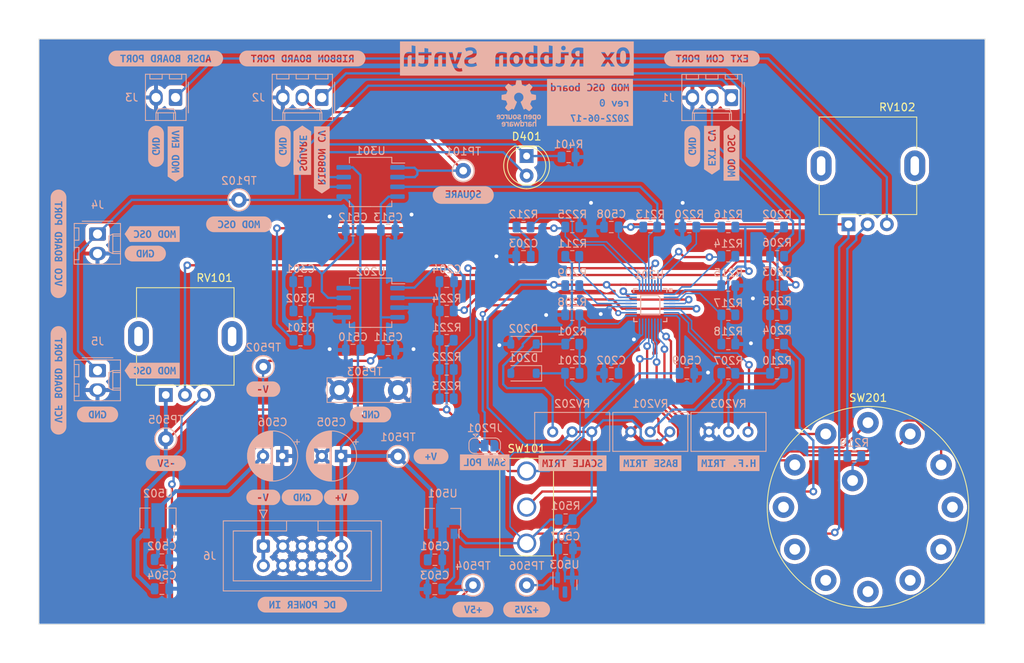
<source format=kicad_pcb>
(kicad_pcb (version 20221018) (generator pcbnew)
  (title_block (title "Josh Ox Ribbon Synth Mod Osc board") (date "2022-07-21") (rev "0") (comment 2 "creativecommons.org/licenses/by/4.0") (comment 3 "license: CC by 4.0") (comment 4 "Author: Jordan Aceto"))
  (layers (0 "F.Cu" signal) (31 "B.Cu" signal) (34 "B.Paste" user) (35 "F.Paste" user) (36 "B.SilkS" user "B.Silkscreen") (37 "F.SilkS" user "F.Silkscreen") (38 "B.Mask" user) (39 "F.Mask" user) (44 "Edge.Cuts" user))
  (net 0 "")
  (net 1 "Net-(C201-Pad1)")
  (net 2 "Net-(U201A-tcap)")
  (net 3 "GND")
  (net 4 "Net-(C203-Pad1)")
  (net 5 "Net-(U202A--)")
  (net 6 "/VCO_core/INV_SAW")
  (net 7 "Net-(U202B--)")
  (net 8 "/MOD_OSC_OUT")
  (net 9 "+15V")
  (net 10 "-15V")
  (net 11 "-5V")
  (net 12 "Net-(D201-A)")
  (net 13 "/VCO_core/V_PER_OCT_IN_1")
  (net 14 "/VCO_core/V_PER_OCT_IN_2")
  (net 15 "Net-(D401-KA)")
  (net 16 "/MOD_ADSR")
  (net 17 "Net-(D401-AK)")
  (net 18 "+2V5_REF")
  (net 19 "/VCO_core/COARSE_TUNE_IN")
  (net 20 "/VCO_core/RANGE_CV_IN")
  (net 21 "Net-(R207-Pad2)")
  (net 22 "Net-(JP201-C)")
  (net 23 "Net-(R210-Pad1)")
  (net 24 "Net-(R211-Pad1)")
  (net 25 "Net-(U201D-expo_freq)")
  (net 26 "Net-(U201A-lin_freq)")
  (net 27 "Net-(U201D-expo_scale)")
  (net 28 "Net-(U201D-bw_comp)")
  (net 29 "Net-(U201A-square_out)")
  (net 30 "Net-(U201E-sine_in_+)")
  (net 31 "/VCO_core/VOLUME_CV_IN")
  (net 32 "Net-(R219-Pad2)")
  (net 33 "Net-(U201A-tri_out)")
  (net 34 "/VCO_core/SWITCHED_OUT")
  (net 35 "Net-(U201C-pwm_in_+)")
  (net 36 "/VCO_core/SINE")
  (net 37 "Net-(U201E-sine_in_-)")
  (net 38 "Net-(U201B-saw_out)")
  (net 39 "Net-(U201A-hf_track)")
  (net 40 "Net-(U201F-aux_1_mix)")
  (net 41 "Net-(U201F-tri_mix)")
  (net 42 "Net-(U201F-saw_mix)")
  (net 43 "Net-(U201F-aux_2_mix)")
  (net 44 "Net-(U201F-pulse_mix)")
  (net 52 "+5V")
  (net 53 "/VCO_core/SQUARE_OUT")
  (footprint "custom_footprints:SPDT_mini_toggle" (layer "F.Cu") (at 149.606 120.5028 180)
    (fp_text reference "SW101")
    (fp_text value "SW_SPDT_MSM")
  )
  (footprint "custom_footprints:Potentiometer_P260T" (layer "F.Cu") (at 105.156 98.2778 90)
    (fp_text reference "RV101")
    (fp_text value "10k")
  )
  (footprint "custom_footprints:apha_SR2612F-0112" (layer "F.Cu") (at 194.056 120.5028 90)
    (fp_text reference "SW201")
    (fp_text value "alpha_SR2612F-0112")
  )
  (footprint "custom_footprints:Potentiometer_P260T" (layer "F.Cu") (at 194.056 76.0528 90)
    (fp_text reference "RV102")
    (fp_text value "10k")
  )
  (footprint "LED_THT:LED_D5.0mm" (layer "F.Cu") (at 149.606 74.7828 -90)
    (fp_text reference locked "D401")
    (fp_text value "red_green")
  )
  (footprint "kibuzzard-62AC7D00" (layer "B.Cu") (at 173.736 74.0208 90)
    (fp_text reference "kibuzzard-62AC7D00" hide)
    (fp_text value "G***" hide)
  )
  (footprint "Capacitor_THT:CP_Radial_D6.3mm_P2.50mm" (layer "B.Cu") (at 125.4398 113.848 180)
    (fp_text reference "C505")
    (fp_text value "10u")
  )
  (footprint "Diode_SMD:D_SOD-123" (layer "B.Cu") (at 149.1996 103.0784 180)
    (fp_text reference "D201")
    (fp_text value "1N4148W")
  )
  (footprint "kibuzzard-62AC7F0B" (layer "B.Cu") (at 175.895 114.7878 180)
    (fp_text reference "kibuzzard-62AC7F0B" hide)
    (fp_text value "G***" hide)
  )
  (footprint "Resistor_SMD:R_0805_2012Metric" (layer "B.Cu") (at 139.2024 94.9586)
    (fp_text reference "R224")
    (fp_text value "100k")
  )
  (footprint "Potentiometer_THT:Potentiometer_Bourns_3296W_Vertical" (layer "B.Cu") (at 152.9996 110.6984 180)
    (fp_text reference "RV202")
    (fp_text value "5k")
  )
  (footprint "kibuzzard-62AC755C" (layer "B.Cu") (at 129.286 108.4378 180)
    (fp_text reference "kibuzzard-62AC755C" hide)
    (fp_text value "G***" hide)
  )
  (footprint "kibuzzard-62AC7DB6" (layer "B.Cu") (at 112.141 83.6728 180)
    (fp_text reference "kibuzzard-62AC7DB6" hide)
    (fp_text value "G***" hide)
  )
  (footprint "kibuzzard-62ACB089" (layer "B.Cu") (at 144.145 114.6608 180)
    (fp_text reference "kibuzzard-62ACB089" hide)
    (fp_text value "G***" hide)
  )
  (footprint "kibuzzard-62AC7D1D" (layer "B.Cu") (at 88.646 103.9928 90)
    (fp_text reference "kibuzzard-62AC7D1D" hide)
    (fp_text value "G***" hide)
  )
  (footprint "Resistor_SMD:R_0805_2012Metric" (layer "B.Cu") (at 155.5496 95.4584 180)
    (fp_text reference "R208")
    (fp_text value "10k")
  )
  (footprint "Capacitor_SMD:C_0805_2012Metric" (layer "B.Cu") (at 102.108 127.3223 180)
    (fp_text reference "C502")
    (fp_text value "470n")
  )
  (footprint "kibuzzard-62AC7EE1" (layer "B.Cu") (at 155.575 114.7878 180)
    (fp_text reference "kibuzzard-62AC7EE1" hide)
    (fp_text value "G***" hide)
  )
  (footprint "Resistor_SMD:R_0805_2012Metric" (layer "B.Cu") (at 182.2196 87.8384)
    (fp_text reference "R206")
    (fp_text value "100k")
  )
  (footprint "Capacitor_SMD:C_0805_2012Metric" (layer "B.Cu") (at 160.6296 103.0784 180)
    (fp_text reference "C202")
    (fp_text value "47n COG")
  )
  (footprint "Capacitor_SMD:C_0805_2012Metric" (layer "B.Cu") (at 127 100.0386 180)
    (fp_text reference "C510")
    (fp_text value "100n")
  )
  (footprint "TestPoint:TestPoint_Keystone_5000-5004_Miniature" (layer "B.Cu") (at 149.606 130.6628 180)
    (fp_text reference "TP506")
    (fp_text value "2v5_ref")
  )
  (footprint "kibuzzard-62AC7D44" (layer "B.Cu") (at 102.616 62.0828 180)
    (fp_text reference "kibuzzard-62AC7D44" hide)
    (fp_text value "G***" hide)
  )
  (footprint "Capacitor_SMD:C_0805_2012Metric" (layer "B.Cu") (at 139.2024 91.1486)
    (fp_text reference "C204")
    (fp_text value "100p")
  )
  (footprint "Package_SO:SO-8_5.3x6.2mm_P1.27mm" (layer "B.Cu") (at 129.286 93.8836 180)
    (fp_text reference "U202")
    (fp_text value "TL072")
  )
  (footprint "Connector_Molex:Molex_KK-254_AE-6410-03A_1x03_P2.54mm_Vertical" (layer "B.Cu") (at 176.276 67.1828 180)
    (fp_text reference "J1")
    (fp_text value "ext_port")
  )
  (footprint "kibuzzard-62AC911A" (layer "B.Cu") (at 103.886 74.5288 90)
    (fp_text reference "kibuzzard-62AC911A" hide)
    (fp_text value "G***" hide)
  )
  (footprint "Package_TO_SOT_SMD:SOT-89-3" (layer "B.Cu") (at 101.6 121.9883 90)
    (fp_text reference "U502")
    (fp_text value "L79L05_SOT89")
  )
  (footprint "kibuzzard-62AC7C76" (layer "B.Cu") (at 100.838 102.7228 180)
    (fp_text reference "kibuzzard-62AC7C76" hide)
    (fp_text value "G***" hide)
  )
  (footprint "Resistor_SMD:R_0805_2012Metric" (layer "B.Cu") (at 154.686 122.1193)
    (fp_text reference "R501")
    (fp_text value "1k8")
  )
  (footprint "Resistor_SMD:R_0805_2012Metric" (layer "B.Cu") (at 182.2196 95.4584)
    (fp_text reference "R205")
    (fp_text value "100k")
  )
  (footprint "TestPoint:TestPoint_Keystone_5000-5004_Miniature" (layer "B.Cu") (at 142.621 130.6628 180)
    (fp_text reference "TP504")
    (fp_text value "+5v")
  )
  (footprint "Capacitor_SMD:C_0805_2012Metric" (layer "B.Cu") (at 137.668 127.3608)
    (fp_text reference "C501")
    (fp_text value "470n")
  )
  (footprint "Capacitor_SMD:C_0805_2012Metric" (layer "B.Cu") (at 160.6296 84.0284 180)
    (fp_text reference "C508")
    (fp_text value "100n")
  )
  (footprint "Resistor_SMD:R_0805_2012Metric" (layer "B.Cu") (at 155.5496 91.6484 180)
    (fp_text reference "R209")
    (fp_text value "1M")
  )
  (footprint "Capacitor_SMD:C_0805_2012Metric" (layer "B.Cu") (at 131.572 100.0386 180)
    (fp_text reference "C511")
    (fp_text value "100n")
  )
  (footprint "Resistor_SMD:R_0805_2012Metric" (layer "B.Cu") (at 175.8696 84.0284 180)
    (fp_text reference "R216")
    (fp_text value "10k")
  )
  (footprint "Resistor_SMD:R_0805_2012Metric" (layer "B.Cu") (at 120.1524 98.7686)
    (fp_text reference "R301")
    (fp_text value "47k")
  )
  (footprint "kibuzzard-62AC7C76" (layer "B.Cu") (at 100.838 84.9428 180)
    (fp_text reference "kibuzzard-62AC7C76" hide)
    (fp_text value "G***" hide)
  )
  (footprint "Resistor_SMD:R_0805_2012Metric" (layer "B.Cu") (at 139.2024 106.3886 180)
    (fp_text reference "R223")
    (fp_text value "100k")
  )
  (footprint "Potentiometer_THT:Potentiometer_Bourns_3296W_Vertical" (layer "B.Cu") (at 163.1696 110.6984 180)
    (fp_text reference "RV201")
    (fp_text value "5k")
  )
  (footprint "Package_SO:SO-8_5.3x6.2mm_P1.27mm" (layer "B.Cu") (at 129.286 78.161 180)
    (fp_text reference "U301")
    (fp_text value "TL072")
  )
  (footprint "Resistor_SMD:R_0805_2012Metric" (layer "B.Cu") (at 165.7096 84.0284 180)
    (fp_text reference "R213")
    (fp_text value "4k7")
  )
  (footprint "Resistor_SMD:R_0805_2012Metric" (layer "B.Cu") (at 120.1524 94.9586 180)
    (fp_text reference "R302")
    (fp_text value "200k")
  )
  (footprint "Potentiometer_THT:Potentiometer_Bourns_3296W_Vertical" (layer "B.Cu") (at 173.355 110.6984 180)
    (fp_text reference "RV203")
    (fp_text value "5k")
  )
  (footprint "Capacitor_SMD:C_0805_2012Metric" (layer "B.Cu") (at 102.108 131.1323 180)
    (fp_text reference "C504")
    (fp_text value "100n")
  )
  (footprint "kibuzzard-62AC7DA9" (layer "B.Cu") (at 141.351 79.8628 180)
    (fp_text reference "kibuzzard-62AC7DA9" hide)
    (fp_text value "G***" hide)
  )
  (footprint "kibuzzard-62AC755C" (layer "B.Cu") (at 101.346 73.5128 90)
    (fp_text reference "kibuzzard-62AC755C" hide)
    (fp_text value "G***" hide)
  )
  (footprint "kibuzzard-62AC7CCE" (layer "B.Cu") (at 120.396 74.0208 90)
    (fp_text reference "kibuzzard-62AC7CCE" hide)
    (fp_text value "G***" hide)
  )
  (footprint "Resistor_SMD:R_0805_2012Metric" (layer "B.Cu") (at 182.2196 99.2684)
    (fp_text reference "R204")
    (fp_text value "100k")
  )
  (footprint "kibuzzard-62AC7CEB" (layer "B.Cu") (at 122.936 75.2908 90)
    (fp_text reference "kibuzzard-62AC7CEB" hide)
    (fp_text value "G***" hide)
  )
  (footprint "Resistor_SMD:R_0805_2012Metric" (layer "B.Cu") (at 175.8696 87.8384 180)
    (fp_text reference "R214")
    (fp_text value "3k9")
  )
  (footprint "Connector_Molex:Molex_KK-254_AE-6410-02A_1x02_P2.54mm_Vertical" (layer "B.Cu") (at 93.726 102.7228 -90)
    (fp_text reference "J5")
    (fp_text value "vcf_board_port")
  )
  (footprint "kibuzzard-62AC755C" (layer "B.Cu") (at 171.175312 73.502567 90)
    (fp_text reference "kibuzzard-62AC755C" hide)
    (fp_text value "G***" hide)
  )
  (footprint "kibuzzard-62AC792A" (layer "B.Cu") (at 115.316 105.1358 180)
    (fp_text reference "kibuzzard-62AC792A" hide)
    (fp_text value "G***" hide)
  )
  (footprint "TestPoint:TestPoint_Keystone_5000-5004_Miniature" (layer "B.Cu") (at 102.616 111.6128 180)
    (fp_text reference "TP505")
    (fp_text value "-5v")
  )
  (footprint "TestPoint:TestPoint_Keystone_5000-5004_Miniature" (layer "B.Cu") (at 112.141 80.4978 180)
    (fp_text reference "TP102")
    (fp_text value "modosc_out")
  )
  (footprint "kibuzzard-62AC791A" (layer "B.Cu") (at 137.16 113.8988 180)
    (fp_text reference "kibuzzard-62AC791A" hide)
    (fp_text value "G***" hide)
  )
  (footprint "Capacitor_THT:CP_Radial_D6.3mm_P2.50mm" (layer "B.Cu") (at 117.7798 113.848 180)
    (fp_text reference "C506")
    (fp_text value "10u")
  )
  (footprint "kibuzzard-62AC755C" (layer "B.Cu") (at 120.396 119.2328 180)
    (fp_text reference "kibuzzard-62AC755C" hide)
    (fp_text value "G***" hide)
  )
  (footprint "kibuzzard-62AC7C76" (layer "B.Cu") (at 176.276 74.4018 90)
    (fp_text reference "kibuzzard-62AC7C76" hide)
    (fp_text value "G***" hide)
  )
  (footprint "kibuzzard-62AC7EA8" (layer "B.Cu") (at 102.616 114.7878 180)
    (fp_text reference "kibuzzard-62AC7EA8" hide)
    (fp_text value "G***" hide)
  )
  (footprint "kibuzzard-62AC7D30" (layer "B.Cu") (at 88.646 86.2128 90)
    (fp_text reference "kibuzzard-62AC7D30" hide)
    (fp_text value "G***" hide)
  )
  (footprint "TestPoint:TestPoint_Bridge_Pitch7.62mm_Drill1.3mm" (layer "B.Cu") (at 125.222 105.2628)
    (fp_text reference "TP503")
    (fp_text value "GND")
  )
  (footprint "Resistor_SMD:R_0805_2012Metric" (layer "B.Cu") (at 175.8696 95.4584)
    (fp_text reference "R217")
    (fp_text value "12k")
  )
  (footprint "Resistor_SMD:R_0805_2012Metric" (layer "B.Cu") (at 192.278 113.8988)
    (fp_text reference "R219")
    (fp_text value "200k")
  )
  (footprint "kibuzzard-62AC7A9F" (layer "B.Cu") (at 148.336 62.0828 180)
    (fp_text reference "kibuzzard-62AC7A9F" hide)
    (fp_text value "G***" hide)
  )
  (footprint "Capacitor_SMD:C_0805_2012Metric" (layer "B.Cu") (at 127 84.4348 180)
    (fp_text reference "C512")
    (fp_text value "100n")
  )
  (footprint "Resistor_SMD:R_0805_2012Metric" (layer "B.Cu") (at 175.8696 99.2684 180)
    (fp_text reference "R218")
    (fp_text value "4k7")
  )
  (footprint "Package_TO_SOT_SMD:SOT-23" (layer "B.Cu") (at 154.594 130.6213 -90)
    (fp_text reference "U503")
    (fp_text value "LM4040C-2.5")
  )
  (footprint "Connector_Molex:Molex_KK-254_AE-6410-02A_1x02_P2.54mm_Vertical" (layer "B.Cu") (at 93.726 84.9428 -90)
    (fp_text reference "J4")
    (fp_text value "vco_board_port")
  )
  (footprint "Resistor_SMD:R_0805_2012Metric" (layer "B.Cu") (at 155.5496 84.0284 180)
    (fp_text reference "R225")
    (fp_text value "18k")
  )
  (footprint "kibuzzard-62AC791A" (layer "B.Cu") (at 125.476 119.2328 180)
    (fp_text reference "kibuzzard-62AC791A" hide)
    (fp_text value "G***" hide)
  )
  (footprint "kibuzzard-62AC755C" (layer "B.Cu") (at 117.856 73.5128 90)
    (fp_text reference "kibuzzard-62AC755C" hide)
    (fp_text value "G***" hide)
  )
  (footprint "kibuzzard-62AC7D68" (layer "B.Cu") (at 173.736 62.0828 180)
    (fp_text reference "kibuzzard-62AC7D68" hide)
    (fp_text value "G***" hide)
  )
  (footprint "Connector_Molex:Molex_KK-254_AE-6410-03A_1x03_P2.54mm_Vertical" (layer "B.Cu") (at 122.936 67.1628 180)
    (fp_text reference "J2")
    (fp_text value "ribbon_board_port")
  )
  (footprint "Resistor_SMD:R_0805_2012Metric" (layer "B.Cu") (at 170.7896 84.0284 180)
    (fp_text reference "R220")
    (fp_text value "10k")
  )
  (footprint "Capacitor_SMD:C_0805_2012Metric" (layer "B.Cu") (at 155.5496 103.0784 180)
    (fp_text reference "C201")
    (fp_text value "10u")
  )
  (footprint "Capacitor_SMD:C_0805_2012Metric" (layer "B.Cu") (at 137.644 131.1708 180)
    (fp_text reference "C503")
    (fp_text value "100n")
  )
  (footprint "kibuzzard-62AC7DF7" (layer "B.Cu") (at 157.861 67.7978 180)
    (fp_text reference "kibuzzard-62AC7DF7" hide)
    (fp_text value "G***" hide)
  )
  (footprint "Capacitor_SMD:C_0805_2012Metric" (layer "B.Cu") (at 170.4696 103.0784 180)
    (fp_text reference "C509")
    (fp_text value "100n")
  )
  (footprint "kibuzzard-62AC7D79" (layer "B.Cu") (at 142.621 133.8378 180)
    (fp_text reference "kibuzzard-62AC7D79" hide)
    (fp_text value "G***" hide)
  )
  (footprint "Resistor_SMD:R_0805_2012Metric" (layer "B.Cu") (at 175.8696 103.0784 180)
    (fp_text reference "R207")
    (fp_text value "100k")
  )
  (footprint "Resistor_SMD:R_0805_2012Metric" (layer "B.Cu") (at 182.2196 103.0784 180)
    (fp_text reference "R210")
    (fp_text value "270k")
  )
  (footprint "Jumper:SolderJumper-3_P1.3mm_Bridged12_RoundedPad1.0x1.5mm" (layer "B.Cu") (at 144.145 112.5018)
    (fp_text reference "JP201")
    (fp_text value "saw_pol")
  )
  (footprint "Resistor_SMD:R_0805_2012Metric" (layer "B.Cu") (at 182.2196 91.6484)
    (fp_text reference "R203")
    (fp_text value "150k")
  )
  (footprint "Resistor_SMD:R_0805_2012Metric" (layer "B.Cu") (at 155.067 74.9098 180)
    (fp_text reference "R401")
    (fp_text value "1k2")
  )
  (footprint "custom_footprints:PQN32_HandSoldering" (layer "B.Cu") (at 165.71 94.19 180)
    (fp_text reference "U201")
    (fp_text value "SSI2130")
  )
  (footprint "Resistor_SMD:R_0805_2012Metric" (layer "B.Cu") (at 155.5496 99.2684 180)
    (fp_text reference "R201")
    (fp_text value "10k")
  )
  (footprint "Connector_Molex:Molex_KK-254_AE-6410-02A_1x02_P2.54mm_Vertical" (layer "B.Cu") (at 103.886 67.1628 180)
    (fp_text reference "J3")
    (fp_text value "adsr_board_port")
  )
  (footprint "kibuzzard-62AC7D55" (layer "B.Cu") (at 120.396 62.0828 180)
    (fp_text reference "kibuzzard-62AC7D55" hide)
    (fp_text value "G***" hide)
  )
  (footprint "Resistor_SMD:R_0805_2012Metric" (layer "B.Cu") (at 155.5496 87.8384)
    (fp_text reference "R211")
    (fp_text value "47k")
  )
  (footprint "kibuzzard-62AC755C" (layer "B.Cu") (at 99.949 87.4828 180)
    (fp_text reference "kibuzzard-62AC755C" hide)
    (fp_text value "G***" hide)
  )
  (footprint "TestPoint:TestPoint_Keystone_5000-5004_Miniature" (layer "B.Cu") (at 115.316 102.2148 180)
    (fp_text reference "TP502")
    (fp_text value "V-")
  )
  (footprint "kibuzzard-62AC755C" (layer "B.Cu") (at 93.726 108.4378 180)
    (fp_text reference "kibuzzard-62AC755C" hide)
    (fp_text value "G***" hide)
  )
  (footprint "Capacitor_SMD:C_0805_2012Metric" (layer "B.Cu") (at 154.686 125.9293)
    (fp_text reference "C507")
    (fp_text value "100n")
  )
  (footprint "Diode_SMD:D_SOD-123" (layer "B.Cu") (at 149.1996 99.2684 180)
    (fp_text reference "D202")
    (fp_text value "1N4148W")
  )
  (footprint "TestPoint:TestPoint_Keystone_5000-5004_Miniature" (layer "B.Cu") (at 141.351 76.6878 180)
    (fp_text reference "TP101")
    (fp_text value "square_out")
  )
  (footprint "Resistor_SMD:R_0805_2012Metric" (layer "B.Cu") (at 149.1996 84.0284 180)
    (fp_text reference "R212")
    (fp_text value "270")
  )
  (footprint "Connector_IDC:IDC-Header_2x05_P2.54mm_Vertical" (layer "B.Cu") (at 115.316 125.5828 -90)
    (fp_text reference "J6")
    (fp_text value "power_entry")
  )
  (footprint "Resistor_SMD:R_0805_2012Metric" (layer "B.Cu") (at 182.2196 84.0284 180)
    (fp_text reference "R202")
    (fp_text value "27k")
  )
  (footprint "kibuzzard-62AC7D8B" (layer "B.Cu") (at 149.606 133.8378 180)
    (fp_text reference "kibuzzard-62AC7D8B" hide)
    (fp_text value "G***" hide)
  )
  (footprint "kibuzzard-62AC792A" (layer "B.Cu") (at 115.316 119.2328 180)
    (fp_text reference "kibuzzard-62AC792A" hide)
    (fp_text value "G***" hide)
  )
  (footprint "Resistor_SMD:R_0805_2012Metric" (layer "B.Cu") (at 139.2024 102.5786 180)
    (fp_text reference "R222")
    (fp_text value "100k")
  )
  (footprint "Capacitor_SMD:C_0805_2012Metric" (layer "B.Cu") (at 131.572 84.4348 180)
    (fp_text reference "C513")
    (fp_text value "100n")
  )
  (footprint "Capacitor_SMD:C_0805_2012Metric" (layer "B.Cu") (at 120.1524 91.1486 180)
    (fp_text reference "C301")
    (fp_text value "100p")
  )
  (footprint "Resistor_SMD:R_0805_2012Metric" (layer "B.Cu") (at 175.8696 91.6484 180)
    (fp_text reference "R215")
    (fp_text value "4k7")
  )
  (footprint "Symbol:OSHW-Logo_5.7x6mm_SilkScreen" (layer "B.Cu") (at 148.59 67.9248 180)
    (fp_text reference "REF**" hide)
    (fp_text value "OSHW-Logo_5.7x6mm_SilkScreen" hide)
  )
  (footprint "kibuzzard-62AC78CB" (layer "B.Cu") (at 120.396 133.2028 180)
    (fp_text reference "kibuzzard-62AC78CB" hide)
    (fp_text value "G***" hide)
  )
  (footprint "Capacitor_SMD:C_0805_2012Metric" (layer "B.Cu") (at 149.1996 87.8384 180)
    (fp_text reference "C203")
    (fp_text value "10n")
  )
  (footprint "TestPoint:TestPoint_Keystone_5000-5004_Miniature" (layer "B.Cu") (at 132.842 113.8988 180)
    (fp_text reference "TP501")
    (fp_text value "V+")
  )
  (footprint "Package_TO_SOT_SMD:SOT-89-3" (layer "B.Cu") (at 138.66 122.0268 90)
    (fp_text reference "U501")
    (fp_text value "L78L05_SOT89")
  )
  (footprint "kibuzzard-62AC7EFA" (layer "B.Cu") (at 165.735 114.7878 180)
    (fp_text reference "kibuzzard-62AC7EFA" hide)
    (fp_text value "G***" hide)
  )
  (footprint "Resistor_SMD:R_0805_2012Metric" (layer "B.Cu") (at 139.2024 98.7686 180)
    (fp_text reference "R221")
    (fp_text value "200k")
  )
  (gr_line (start 209.296 59.5428) (end 86.106 59.5428) (stroke (width 0.1)) (layer "Edge.Cuts"))
  (gr_line (start 209.296 135.7428) (end 209.296 59.5428) (stroke (width 0.1)) (layer "Edge.Cuts"))
  (gr_line (start 86.106 135.7428) (end 209.296 135.7428) (stroke (width 0.1)) (layer "Edge.Cuts"))
  (gr_line (start 86.106 59.5428) (end 86.106 135.7428) (stroke (width 0.1)) (layer "Edge.Cuts"))
  (segment (start 156.4996 99.3059) (end 156.4621 99.2684) (width 0.2) (layer "B.Cu") (net 1))
  (segment (start 156.4996 103.0784) (end 156.4996 99.3059) (width 0.3) (layer "B.Cu") (net 1))
  (segment (start 161.5796 102.102052) (end 165.1096 98.572052) (width 0.2) (layer "B.Cu") (net 2))
  (segment (start 161.5796 103.0784) (end 161.5796 102.102052) (width 0.2) (layer "B.Cu") (net 2))
  (segment (start 165.1096 98.572052) (end 165.1096 96.6884) (width 0.2) (layer "B.Cu") (net 2))
  (via (at 145.669 87.8384) (size 1) (drill 0.5) (layers "F.Cu" "B.Cu") (net 3))
  (via (at 157.988 80.8788) (size 1) (drill 0.5) (layers "F.Cu" "B.Cu") (net 3))
  (via (at 163.576 98.6588) (size 1) (drill 0.5) (layers "F.Cu" "B.Cu") (net 3))
  (via (at 123.952 99.9288) (size 1) (drill 0.5) (layers "F.Cu" "B.Cu") (net 3))
  (via (at 146.05 99.4208) (size 1) (drill 0.5) (layers "F.Cu" "B.Cu") (net 3))
  (via (at 179.07 93.3248) (size 1) (drill 0.5) (layers "F.Cu" "B.Cu") (net 3))
  (via (at 134.874 99.9288) (size 1) (drill 0.5) (layers "F.Cu" "B.Cu") (net 3))
  (via (at 152.146 95.4838) (size 1) (drill 0.5) (layers "F.Cu" "B.Cu") (net 3))
  (via (at 173.228 102.9768) (size 1) (drill 0.5) (layers "F.Cu" "B.Cu") (net 3))
  (via (at 159.258 95.3568) (size 1) (drill 0.5) (layers "F.Cu" "B.Cu") (net 3))
  (via (at 169.926 80.8788) (size 1) (drill 0.5) (layers "F.Cu" "B.Cu") (net 3))
  (via (at 134.62 82.4028) (size 1) (drill 0.5) (layers "F.Cu" "B.Cu") (net 3))
  (via (at 123.952 82.6568) (size 1) (drill 0.5) (layers "F.Cu" "B.Cu") (net 3))
  (via (at 178.816 99.1668) (size 1) (drill 0.5) (layers "F.Cu" "B.Cu") (net 3))
  (segment (start 163.21 94.39) (end 160.2248 94.39) (width 0.2) (layer "B.Cu") (net 3))
  (segment (start 164.7096 96.6884) (end 164.7096 98.0332) (width 0.2) (layer "B.Cu") (net 3))
  (segment (start 164.592 98.1508) (end 164.338 98.1508) (width 0.2) (layer "B.Cu") (net 3))
  (segment (start 164.1124 98.1224) (end 163.576 98.6588) (width 0.2) (layer "B.Cu") (net 3))
  (segment (start 164.3096 98.1224) (end 164.1124 98.1224) (width 0.2) (layer "B.Cu") (net 3))
  (segment (start 164.3096 98.1224) (end 164.3096 96.6884) (width 0.2) (layer "B.Cu") (net 3))
  (segment (start 164.338 98.1508) (end 164.3096 98.1224) (width 0.2) (layer "B.Cu") (net 3))
  (segment (start 160.2248 94.39) (end 159.258 95.3568) (width 0.2) (layer "B.Cu") (net 3))
  (segment (start 164.7096 98.0332) (end 164.592 98.1508) (width 0.2) (layer "B.Cu") (net 3))
  (segment (start 150.1496 85.8909) (end 148.2871 84.0284) (width 0.3) (layer "B.Cu") (net 4))
  (segment (start 150.1496 87.8384) (end 150.1496 85.8909) (width 0.3) (layer "B.Cu") (net 4))
  (segment (start 138.1256 93.2486) (end 138.2524 93.3754) (width 0.3) (layer "B.Cu") (net 5))
  (segment (start 132.8674 93.2486) (end 138.1256 93.2486) (width 0.3) (layer "B.Cu") (net 5))
  (segment (start 138.2524 106.3511) (end 138.2899 106.3886) (width 0.3) (layer "B.Cu") (net 5))
  (segment (start 138.2524 91.1486) (end 138.2524 93.3754) (width 0.3) (layer "B.Cu") (net 5))
  (segment (start 138.2524 93.3754) (end 138.2524 106.3511) (width 0.3) (layer "B.Cu") (net 5))
  (segment (start 160.834445 93.460289) (end 142.866511 93.460289) (width 0.3) (layer "F.Cu") (net 6))
  (segment (start 142.866511 93.460289) (end 141.478 94.8488) (width 0.3) (layer "F.Cu") (net 6))
  (segment (start 162.045156 94.671) (end 160.834445 93.460289) (width 0.3) (layer "F.Cu") (net 6))
  (segment (start 171.7294 94.671) (end 162.045156 94.671) (width 0.3) (layer "F.Cu") (net 6))
  (via (at 171.7294 94.671) (size 1) (drill 0.5) (layers "F.Cu" "B.Cu") (net 6))
  (via (at 141.478 94.8488) (size 1) (drill 0.5) (layers "F.Cu" "B.Cu") (net 6))
  (segment (start 140.1149 94.9586) (end 140.1149 91.1861) (width 0.3) (layer "B.Cu") (net 6))
  (segment (start 141.478 94.8488) (end 140.2247 94.8488) (width 0.2) (layer "B.Cu") (net 6))
  (segment (start 168.21 94.39) (end 171.4484 94.39) (width 0.2) (layer "B.Cu") (net 6))
  (segment (start 139.573 89.5148) (end 137.414 89.5148) (width 0.3) (layer "B.Cu") (net 6))
  (segment (start 140.2247 94.8488) (end 140.1149 94.9586) (width 0.2) (layer "B.Cu") (net 6))
  (segment (start 139.954 89.8958) (end 139.573 89.5148) (width 0.3) (layer "B.Cu") (net 6))
  (segment (start 132.9182 91.9278) (end 132.8674 91.9786) (width 0.3) (layer "B.Cu") (net 6))
  (segment (start 140.1149 91.1861) (end 140.1524 91.1486) (width 0.3) (layer "B.Cu") (net 6))
  (segment (start 171.4484 94.39) (end 171.7294 94.671) (width 0.2) (layer "B.Cu") (net 6))
  (segment (start 139.954 90.9502) (end 139.954 89.8958) (width 0.3) (layer "B.Cu") (net 6))
  (segment (start 135.001 91.9278) (end 132.9182 91.9278) (width 0.3) (layer "B.Cu") (net 6))
  (segment (start 137.414 89.5148) (end 135.001 91.9278) (width 0.3) (layer "B.Cu") (net 6))
  (segment (start 140.1524 91.1486) (end 139.954 90.9502) (width 0.3) (layer "B.Cu") (net 6))
  (segment (start 125.8674 94.5186) (end 121.5049 94.5186) (width 0.3) (layer "B.Cu") (net 7))
  (segment (start 121.0649 98.7686) (end 121.0649 91.1861) (width 0.3) (layer "B.Cu") (net 7))
  (segment (start 121.5049 94.5186) (end 121.0649 94.9586) (width 0.3) (layer "B.Cu") (net 7))
  (segment (start 121.0649 91.1861) (end 121.1024 91.1486) (width 0.3) (layer "B.Cu") (net 7))
  (segment (start 91.186 87.4828) (end 93.726 84.9428) (width 0.3) (layer "B.Cu") (net 8))
  (segment (start 125.8674 93.2486) (end 123.7488 93.2486) (width 0.3) (layer "B.Cu") (net 8))
  (segment (start 119.2024 90.2004) (end 119.2024 91.1486) (width 0.3) (layer "B.Cu") (net 8))
  (segment (start 123.7488 93.2486) (end 122.936 92.4358) (width 0.3) (layer "B.Cu") (net 8))
  (segment (start 125.786 80.066) (end 125.3542 80.4978) (width 0.3) (layer "B.Cu") (net 8))
  (segment (start 120.0658 80.4978) (end 112.141 80.4978) (width 0.3) (layer "B.Cu") (net 8))
  (segment (start 119.2399 91.1861) (end 119.2024 91.1486) (width 0.3) (layer "B.Cu") (net 8))
  (segment (start 174.719501 65.626301) (end 128.988915 65.626301) (width 0.3) (layer "B.Cu") (net 8))
  (segment (start 120.142 89.2608) (end 119.2024 90.2004) (width 0.3) (layer "B.Cu") (net 8))
  (segment (start 120.0658 74.549416) (end 120.0658 80.4978) (width 0.3) (layer "B.Cu") (net 8))
  (segment (start 128.988915 65.626301) (end 120.0658 74.549416) (width 0.3) (layer "B.Cu") (net 8))
  (segment (start 122.047 89.2608) (end 120.142 89.2608) (width 0.3) (layer "B.Cu") (net 8))
  (segment (start 127 81.28) (end 127 86.0858) (width 0.3) (layer "B.Cu") (net 8))
  (segment (start 93.726 102.7228) (end 91.186 100.1828) (width 0.3) (layer "B.Cu") (net 8))
  (segment (start 125.786 80.066) (end 127 81.28) (width 0.3) (layer "B.Cu") (net 8))
  (segment (start 122.936 90.1498) (end 122.047 89.2608) (width 0.3) (layer "B.Cu") (net 8))
  (segment (start 176.276 67.1828) (end 174.719501 65.626301) (width 0.3) (layer "B.Cu") (net 8))
  (segment (start 98.171 80.4978) (end 112.141 80.4978) (width 0.3) (layer "B.Cu") (net 8))
  (segment (start 122.936 92.4358) (end 122.936 90.1498) (width 0.3) (layer "B.Cu") (net 8))
  (segment (start 93.726 84.9428) (end 98.171 80.4978) (width 0.3) (layer "B.Cu") (net 8))
  (segment (start 125.3542 80.4978) (end 120.0658 80.4978) (width 0.3) (layer "B.Cu") (net 8))
  (segment (start 119.2399 94.9586) (end 119.2399 91.1861) (width 0.3) (layer "B.Cu") (net 8))
  (segment (start 127 86.0858) (end 122.936 90.1498) (width 0.3) (layer "B.Cu") (net 8))
  (segment (start 91.186 100.1828) (end 91.186 87.4828) (width 0.3) (layer "B.Cu") (net 8))
  (segment (start 127.9398 91.9786) (end 127.95 91.9888) (width 0.3) (layer "B.Cu") (net 9))
  (segment (start 127.635 110.4698) (end 125.4398 112.665) (width 0.3) (layer "B.Cu") (net 9))
  (segment (start 127.95 100.0386) (end 127.95 91.9888) (width 0.3) (layer "B.Cu") (net 9))
  (segment (start 127.95 91.9888) (end 127.95 84.4348) (width 0.3) (layer "B.Cu") (net 9))
  (segment (start 125.476 128.1228) (end 125.476 125.5828) (width 0.5) (layer "B.Cu") (net 9))
  (segment (start 125.476 125.5828) (end 125.476 113.8842) (width 0.5) (layer "B.Cu") (net 9))
  (segment (start 125.4398 113.848) (end 132.7912 113.848) (width 0.5) (layer "B.Cu") (net 9))
  (segment (start 125.4398 112.665) (end 125.4398 113.848) (width 0.3) (layer "B.Cu") (net 9))
  (segment (start 137.16 126.9188) (end 136.718 127.3608) (width 0.3) (layer "B.Cu") (net 9))
  (segment (start 127.95 77.2568) (end 126.9492 76.256) (width 0.3) (layer "B.Cu") (net 9))
  (segment (start 127.95 84.4348) (end 127.95 77.2568) (width 0.3) (layer "B.Cu") (net 9))
  (segment (start 126.9492 76.256) (end 125.786 76.256) (width 0.3) (layer "B.Cu") (net 9))
  (segment (start 127.95 100.0386) (end 127.635 100.3536) (width 0.3) (layer "B.Cu") (net 9))
  (segment (start 125.786 91.9786) (end 127.9398 91.9786) (width 0.3) (layer "B.Cu") (net 9))
  (segment (start 125.476 113.8842) (end 125.4398 113.848) (width 0.5) (layer "B.Cu") (net 9))
  (segment (start 137.16 118.2168) (end 137.16 123.6768) (width 0.5) (layer "B.Cu") (net 9))
  (segment (start 137.16 123.6768) (end 137.16 126.9188) (width 0.3) (layer "B.Cu") (net 9))
  (segment (start 127.635 100.3536) (end 127.635 110.4698) (width 0.3) (layer "B.Cu") (net 9))
  (segment (start 132.7912 113.848) (end 137.16 118.2168) (width 0.5) (layer "B.Cu") (net 9))
  (segment (start 115.189 102.3418) (end 116.078 101.4528) (width 0.3) (layer "F.Cu") (net 10))
  (segment (start 116.078 101.4528) (end 129.286 101.4528) (width 0.3) (layer "F.Cu") (net 10))
  (via (at 129.286 101.4528) (size 1) (drill 0.5) (layers "F.Cu" "B.Cu") (net 10))
  (segment (start 131.6228 80.066) (end 130.622 81.0668) (width 0.3) (layer "B.Cu") (net 10))
  (segment (start 130.622 100.0386) (end 130.622 95.6768) (width 0.3) (layer "B.Cu") (net 10))
  (segment (start 115.189 102.3418) (end 115.2798 102.4326) (width 0.3) (layer "B.Cu") (net 10))
  (segment (start 115.2798 102.4326) (end 115.2798 113.848) (width 0.3) (layer "B.Cu") (net 10))
  (segment (start 115.316 128.1228) (end 115.316 125.5828) (width 0.5) (layer "B.Cu") (net 10))
  (segment (start 115.316 125.5828) (end 115.2798 125.5466) (width 0.5) (layer "B.Cu") (net 10))
  (segment (start 130.622 95.6768) (end 130.622 84.4348) (width 0.3) (layer "B.Cu") (net 10))
  (segment (start 115.2798 125.5466) (end 115.2798 113.848) (width 0.5) (layer "B.Cu") (net 10))
  (segment (start 130.622 100.0386) (end 130.622 100.1168) (width 0.3) (layer "B.Cu") (net 10))
  (segment (start 130.622 100.1168) (end 129.286 101.4528) (width 0.3) (layer "B.Cu") (net 10))
  (segment (start 132.786 80.066) (end 131.6228 80.066) (width 0.3) (layer "B.Cu") (net 10))
  (segment (start 101.6 126.8803) (end 101.158 127.3223) (width 0.5) (layer "B.Cu") (net 10))
  (segment (start 115.2798 113.848) (end 110.705711 118.422089) (width 0.5) (layer "B.Cu") (net 10))
  (segment (start 101.6 123.5508) (end 101.6 126.8803) (width 0.5) (layer "B.Cu") (net 10))
  (segment (start 132.786 95.7886) (end 130.7338 95.7886) (width 0.3) (layer "B.Cu") (net 10))
  (segment (start 130.622 81.0668) (end 130.622 84.4348) (width 0.3) (layer "B.Cu") (net 10))
  (segment (start 110.705711 118.422089) (end 103.899141 118.422089) (width 0.5) (layer "B.Cu") (net 10))
  (segment (start 101.6 120.72123) (end 101.6 123.5508) (width 0.5) (layer "B.Cu") (net 10))
  (segment (start 130.7338 95.7886) (end 130.622 95.6768) (width 0.3) (layer "B.Cu") (net 10))
  (segment (start 103.899141 118.422089) (end 101.6 120.72123) (width 0.5) (layer "B.Cu") (net 10))
  (segment (start 147.192 115.8028) (end 139.192 107.8028) (width 0.3) (layer "F.Cu") (net 11))
  (segment (start 106.759 107.8028) (end 139.192 107.8028) (width 0.3) (layer "F.Cu") (net 11))
  (segment (start 102.7825 111.7793) (end 106.759 107.8028) (width 0.3) (layer "F.Cu") (net 11))
  (segment (start 149.606 115.8028) (end 147.192 115.8028) (width 0.3) (layer "F.Cu") (net 11))
  (via (at 139.192 107.8028) (size 1) (drill 0.5) (layers "F.Cu" "B.Cu") (net 11))
  (segment (start 102.616 111.6128) (end 102.616 105.8978) (width 0.5) (layer "B.Cu") (net 11))
  (segment (start 157.010089 110.255393) (end 164.187082 103.0784) (width 0.3) (layer "B.Cu") (net 11))
  (segment (start 98.933 129.3928) (end 98.933 124.8053) (width 0.5) (layer "B.Cu") (net 11))
  (segment (start 140.1149 98.7686) (end 139.192 99.6915) (width 0.3) (layer "B.Cu") (net 11))
  (segment (start 157.010089 111.305422) (end 157.010089 110.255393) (width 0.3) (layer "B.Cu") (net 11))
  (segment (start 139.192 99.6915) (end 139.192 107.8028) (width 0.3) (layer "B.Cu") (net 11))
  (segment (start 152.512711 115.8028) (end 157.010089 111.305422) (width 0.3) (layer "B.Cu") (net 11))
  (segment (start 100.6725 131.1323) (end 98.933 129.3928) (width 0.5) (layer "B.Cu") (net 11))
  (segment (start 101.158 131.1323) (end 100.6725 131.1323) (width 0.5) (layer "B.Cu") (net 11))
  (segment (start 102.616 115.8433) (end 102.616 111.6128) (width 0.5) (layer "B.Cu") (net 11))
  (segment (start 168.21 95.59) (end 169.1432 95.59) (width 0.2) (layer "B.Cu") (net 11))
  (segment (start 100.1 123.6383) (end 100.1 118.3593) (width 0.5) (layer "B.Cu") (net 11))
  (segment (start 164.187082 103.0784) (end 169.5196 103.0784) (width 0.3) (layer "B.Cu") (net 11))
  (segment (start 169.1432 95.59) (end 169.5196 95.9664) (width 0.2) (layer "B.Cu") (net 11))
  (segment (start 98.933 124.8053) (end 100.1 123.6383) (width 0.5) (layer "B.Cu") (net 11))
  (segment (start 169.5196 103.0784) (end 169.5196 95.9664) (width 0.2) (layer "B.Cu") (net 11))
  (segment (start 149.606 115.8028) (end 152.512711 115.8028) (width 0.3) (layer "B.Cu") (net 11))
  (segment (start 100.1 118.3593) (end 102.616 115.8433) (width 0.5) (layer "B.Cu") (net 11))
  (segment (start 147.5496 103.0784) (end 147.5496 102.5684) (width 0.2) (layer "B.Cu") (net 12))
  (segment (start 157.6305 96.6268) (end 156.4621 95.4584) (width 0.2) (layer "B.Cu") (net 12))
  (segment (start 162.56 95.59) (end 161.5232 96.6268) (width 0.2) (layer "B.Cu") (net 12))
  (segment (start 161.5232 96.6268) (end 157.6305 96.6268) (width 0.2) (layer "B.Cu") (net 12))
  (segment (start 156.4621 97.4434) (end 156.4621 95.4584) (width 0.3) (layer "B.Cu") (net 12))
  (segment (start 154.6371 99.2684) (end 150.8496 99.2684) (width 0.3) (layer "B.Cu") (net 12))
  (segment (start 147.5496 102.5684) (end 150.8496 99.2684) (width 0.3) (layer "B.Cu") (net 12))
  (segment (start 154.6371 99.2684) (end 156.4621 97.4434) (width 0.3) (layer "B.Cu") (net 12))
  (segment (start 163.21 95.59) (end 162.56 95.59) (width 0.2) (layer "B.Cu") (net 12))
  (segment (start 182.27008 86.92432) (end 184.3024 84.892) (width 0.3) (layer "B.Cu") (net 13))
  (segment (start 182.27008 94.59638) (end 182.27008 86.92432) (width 0.3) (layer "B.Cu") (net 13))
  (segment (start 184.3024 84.892) (end 184.3024 83.3172) (width 0.3) (layer "B.Cu") (net 13))
  (segment (start 173.736 72.7508) (end 173.736 67.1828) (width 0.3) (layer "B.Cu") (net 13))
  (segment (start 183.1321 95.4584) (end 182.27008 94.59638) (width 0.3) (layer "B.Cu") (net 13))
  (segment (start 184.3024 83.3172) (end 173.736 72.7508) (width 0.3) (layer "B.Cu") (net 13))
  (segment (start 175.419249 64.0132) (end 126.0856 64.0132) (width 0.3) (layer "B.Cu") (net 14))
  (segment (start 126.0856 64.0132) (end 122.936 67.1628) (width 0.3) (layer "B.Cu") (net 14))
  (segment (start 177.49552 75.08792) (end 177.49552 66.089471) (width 0.3) (layer "B.Cu") (net 14))
  (segment (start 185.166 82.7584) (end 177.49552 75.08792) (width 0.3) (layer "B.Cu") (net 14))
  (segment (start 183.1321 87.8384) (end 185.166 85.8045) (width 0.3) (layer "B.Cu") (net 14))
  (segment (start 185.166 85.8045) (end 185.166 82.7584) (width 0.3) (layer "B.Cu") (net 14))
  (segment (start 177.49552 66.089471) (end 175.419249 64.0132) (width 0.3) (layer "B.Cu") (net 14))
  (segment (start 154.0275 74.7828) (end 154.1545 74.9098) (width 0.3) (layer "B.Cu") (net 15))
  (segment (start 123.7742 78.796) (end 125.786 78.796) (width 0.3) (layer "B.Cu") (net 15))
  (segment (start 123.063 73.2588) (end 122.301 74.0208) (width 0.3) (layer "B.Cu") (net 15))
  (segment (start 148.082 73.2588) (end 123.063 73.2588) (width 0.3) (layer "B.Cu") (net 15))
  (segment (start 149.606 74.7828) (end 148.082 73.2588) (width 0.3) (layer "B.Cu") (net 15))
  (segment (start 122.301 77.3228) (end 123.7742 78.796) (width 0.3) (layer "B.Cu") (net 15))
  (segment (start 122.301 74.0208) (end 122.301 77.3228) (width 0.3) (layer "B.Cu") (net 15))
  (segment (start 149.606 74.7828) (end 154.0275 74.7828) (width 0.3) (layer "B.Cu") (net 15))
  (segment (start 181.0512 62.0828) (end 108.966 62.0828) (width 0.3) (layer "B.Cu") (net 16))
  (segment (start 196.516 83.6728) (end 196.516 77.5476) (width 0.3) (layer "B.Cu") (net 16))
  (segment (start 196.516 77.5476) (end 181.0512 62.0828) (width 0.3) (layer "B.Cu") (net 16))
  (segment (start 108.966 62.0828) (end 103.886 67.1628) (width 0.3) (layer "B.Cu") (net 16))
  (segment (start 146.558 74.2748) (end 149.606 77.3228) (width 0.3) (layer "B.Cu") (net 17))
  (segment (start 125.786 77.526) (end 123.7742 77.526) (width 0.3) (layer "B.Cu") (net 17))
  (segment (start 123.7742 77.526) (end 123.317 77.0688) (width 0.3) (layer "B.Cu") (net 17))
  (segment (start 123.317 77.0688) (end 123.317 74.6558) (width 0.3) (layer "B.Cu") (net 17))
  (segment (start 123.698 74.2748) (end 146.558 74.2748) (width 0.3) (layer "B.Cu") (net 17))
  (segment (start 123.317 74.6558) (end 123.698 74.2748) (width 0.3) (layer "B.Cu") (net 17))
  (segment (start 162.551608 91.539879) (end 162.558529 91.5468) (width 0.3) (layer "F.Cu") (net 18))
  (segment (start 158.0796 110.6984) (end 155.5396 110.6984) (width 0.3) (layer "F.Cu") (net 18))
  (segment (start 160.02 91.5468) (end 161.840935 91.5468) (width 0.3) (layer "F.Cu") (net 18))
  (segment (start 161.847856 91.539879) (end 162.551608 91.539879) (width 0.3) (layer "F.Cu") (net 18))
  (segment (start 161.840935 91.5468) (end 161.847856 91.539879) (width 0.3) (layer "F.Cu") (net 18))
  (segment (start 175.3362 91.5468) (end 177.1142 89.7688) (width 0.3) (layer "F.Cu") (net 18))
  (segment (start 177.1142 89.7688) (end 178.562 89.7688) (width 0.3) (layer "F.Cu") (net 18))
  (segment (start 162.558529 91.5468) (end 175.3362 91.5468) (width 0.3) (layer "F.Cu") (net 18))
  (segment (start 153.162 91.5468) (end 160.02 91.5468) (width 0.3) (layer "F.Cu") (net 18))
  (via (at 153.162 91.5468) (size 1) (drill 0.5) (layers "F.Cu" "B.Cu") (net 18))
  (via (at 160.02 91.5468) (size 1) (drill 0.5) (layers "F.Cu" "B.Cu") (net 18))
  (via (at 178.562 89.7688) (size 1) (drill 0.5) (layers "F.Cu" "B.Cu") (net 18))
  (segment (start 168.2496 110.6984) (end 167.0812 111.8668) (width 0.3) (layer "B.Cu") (net 18))
  (segment (start 178.0794 84.0284) (end 178.0794 89.2862) (width 0.3) (layer "B.Cu") (net 18))
  (segment (start 153.2636 91.6484) (end 153.162 91.5468) (width 0.3) (layer "B.Cu") (net 18))
  (segment (start 158.0796 110.6984) (end 158.0796 119.6382) (width 0.3) (layer "B.Cu") (net 18))
  (segment (start 153.736 125.9293) (end 153.736 123.9818) (width 0.3) (layer "B.Cu") (net 18))
  (segment (start 175.8442 90.4038) (end 177.0634 89.1846) (width 0.3) (layer "B.Cu") (net 18))
  (segment (start 153.736 123.9818) (end 155.5985 122.1193) (width 0.3) (layer "B.Cu") (net 18))
  (segment (start 161.66112 93.18792) (end 160.02 91.5468) (width 0.2) (layer "B.Cu") (net 18))
  (segment (start 144.526 95.8648) (end 144.526 107.5488) (width 0.3) (layer "B.Cu") (net 18))
  (segment (start 158.0796 119.6382) (end 155.5985 122.1193) (width 0.3) (layer "B.Cu") (net 18))
  (segment (start 164.465 110.3428) (end 163.322 109.1998) (width 0.3) (layer "B.Cu") (net 18))
  (segment (start 164.973 111.8668) (end 164.465 111.3588) (width 0.3) (layer "B.Cu") (net 18))
  (segment (start 163.322 109.1998) (end 159.5782 109.1998) (width 0.3) (layer "B.Cu") (net 18))
  (segment (start 163.21 93.19) (end 161.862766 93.19) (width 0.2) (layer "B.Cu") (net 18))
  (segment (start 167.0812 111.8668) (end 164.973 111.8668) (width 0.3) (layer "B.Cu") (net 18))
  (segment (start 164.465 111.3588) (end 164.465 110.3428) (width 0.3) (layer "B.Cu") (net 18))
  (segment (start 161.862766 93.19) (end 161.860686 93.18792) (width 0.2) (layer "B.Cu") (net 18))
  (segment (start 148.844 91.5468) (end 144.526 95.8648) (width 0.3) (layer "B.Cu") (net 18))
  (segment (start 153.644 129.6838) (end 152.7495 129.6838) (width 0.3) (layer "B.Cu") (net 18))
  (segment (start 153.644 129.6838) (end 153.644 126.0213) (width 0.3) (layer "B.Cu") (net 18))
  (segment (start 161.860686 93.18792) (end 161.66112 93.18792) (width 0.2) (layer "B.Cu") (net 18))
  (segment (start 178.0794 84.0284) (end 181.3071 84.0284) (width 0.3) (layer "B.Cu") (net 18))
  (segment (start 153.8632 112.3748) (end 155.5396 110.6984) (width 0.3) (layer "B.Cu") (net 18))
  (segment (start 152.7495 129.6838) (end 151.7705 130.6628) (width 0.3) (layer "B.Cu") (net 18))
  (segment (start 149.352 112.3748) (end 153.8632 112.3748) (width 0.3) (layer "B.Cu") (net 18))
  (segment (start 151.7705 130.6628) (end 149.606 130.6628) (width 0.3) (layer "B.Cu") (net 18))
  (segment (start 177.0634 89.1846) (end 177.9778 89.1846) (width 0.3) (layer "B.Cu") (net 18))
  (segment (start 175.8442 94.5205) (end 175.8442 90.4038) (width 0.3) (layer "B.Cu") (net 18))
  (segment (start 178.0794 89.2862) (end 178.562 89.7688) (width 0.3) (layer "B.Cu") (net 18))
  (segment (start 177.9778 89.1846) (end 178.562 89.7688) (width 0.3) (layer "B.Cu") (net 18))
  (segment (start 176.7821 84.0284) (end 178.0794 84.0284) (width 0.3) (layer "B.Cu") (net 18))
  (segment (start 154.6371 91.6484) (end 153.2636 91.6484) (width 0.3) (layer "B.Cu") (net 18))
  (segment (start 176.7821 95.4584) (end 175.8442 94.5205) (width 0.3) (layer "B.Cu") (net 18))
  (segment (start 153.644 126.0213) (end 153.736 125.9293) (width 0.3) (layer "B.Cu") (net 18))
  (segment (start 144.526 107.5488) (end 149.352 112.3748) (width 0.3) (layer "B.Cu") (net 18))
  (segment (start 153.162 91.5468) (end 148.844 91.5468) (width 0.3) (layer "B.Cu") (net 18))
  (segment (start 159.5782 109.1998) (end 158.0796 110.6984) (width 0.3) (layer "B.Cu") (net 18))
  (segment (start 175.26 90.2768) (end 177.038 88.4988) (width 0.3) (layer "F.Cu") (net 19))
  (segment (start 177.038 88.4988) (end 181.61 88.4988) (width 0.3) (layer "F.Cu") (net 19))
  (segment (start 181.61 88.4988) (end 184.658 91.5468) (width 0.3) (layer "F.Cu") (net 19))
  (segment (start 105.41 89.0068) (end 138.938 89.0068) (width 0.3) (layer "F.Cu") (net 19))
  (segment (start 140.208 90.2768) (end 175.26 90.2768) (width 0.3) (layer "F.Cu") (net 19))
  (segment (start 138.938 89.0068) (end 140.208 90.2768) (width 0.3) (layer "F.Cu") (net 19))
  (via (at 105.41 89.0068) (size 1) (drill 0.5) (layers "F.Cu" "B.Cu") (net 19))
  (via (at 184.658 91.5468) (size 1) (drill 0.5) (layers "F.Cu" "B.Cu") (net 19))
  (segment (start 105.116 105.8978) (end 105.116 89.3008) (width 0.3) (layer "B.Cu") (net 19))
  (segment (start 183.2337 91.5468) (end 183.1321 91.6484) (width 0.3) (layer "B.Cu") (net 19))
  (segment (start 105.116 89.3008) (end 105.41 89.0068) (width 0.3) (layer "B.Cu") (net 19))
  (segment (start 184.658 91.5468) (end 183.2337 91.5468) (width 0.3) (layer "B.Cu") (net 19))
  (segment (start 186.944 118.4708) (end 151.638 118.4708) (width 0.3) (layer "F.Cu") (net 20))
  (segment (start 151.638 118.4708) (end 149.606 120.5028) (width 0.3) (layer "F.Cu") (net 20))
  (via (at 186.944 118.4708) (size 1) (drill 0.5) (layers "F.Cu" "B.Cu") (net 20))
  (segment (start 185.166 101.3023) (end 185.166 110.060704) (width 0.3) (layer "B.Cu") (net 20))
  (segment (start 186.944 111.838704) (end 186.944 118.4708) (width 0.3) (layer "B.Cu") (net 20))
  (segment (start 183.1321 99.2684) (end 185.166 101.3023) (width 0.3) (layer "B.Cu") (net 20))
  (segment (start 185.166 110.060704) (end 186.944 111.838704) (width 0.3) (layer "B.Cu") (net 20))
  (segment (start 171.45 107.8028) (end 174.9571 104.2957) (width 0.3) (layer "B.Cu") (net 21))
  (segment (start 165.7096 110.6984) (end 168.6052 107.8028) (width 0.3) (layer "B.Cu") (net 21))
  (segment (start 168.6052 107.8028) (end 171.45 107.8028) (width 0.3) (layer "B.Cu") (net 21))
  (segment (start 174.9571 104.2957) (end 174.9571 103.0784) (width 0.3) (layer "B.Cu") (net 21))
  (segment (start 160.528 94.2138) (end 161.544 95.2298) (width 0.3) (layer "F.Cu") (net 22))
  (segment (start 143.891 95.3568) (end 145.034 94.2138) (width 0.3) (layer "F.Cu") (net 22))
  (segment (start 145.034 94.2138) (end 160.528 94.2138) (width 0.3) (layer "F.Cu") (net 22))
  (via (at 143.891 95.3568) (size 0.8) (drill 0.4) (layers "F.Cu" "B.Cu") (net 22))
  (via (at 161.544 95.2298) (size 0.8) (drill 0.4) (layers "F.Cu" "B.Cu") (net 22))
  (segment (start 163.21 95.19) (end 161.5838 95.19) (width 0.2) (layer "B.Cu") (net 22))
  (segment (start 144.145 112.5018) (end 144.145 108.1838) (width 0.3) (layer "B.Cu") (net 22))
  (segment (start 143.891 107.9298) (end 143.891 95.3568) (width 0.3) (layer "B.Cu") (net 22))
  (segment (start 144.145 108.1838) (end 143.891 107.9298) (width 0.3) (layer "B.Cu") (net 22))
  (segment (start 161.544 95.2298) (end 161.5838 95.19) (width 0.2) (layer "B.Cu") (net 22))
  (segment (start 175.895 105.7708) (end 177.165 104.5008) (width 0.3) (layer "B.Cu") (net 23))
  (segment (start 177.165 104.5008) (end 181.7097 104.5008) (width 0.3) (layer "B.Cu") (net 23))
  (segment (start 181.7097 104.5008) (end 183.1321 103.0784) (width 0.3) (layer "B.Cu") (net 23))
  (segment (start 175.895 110.4444) (end 175.895 105.7708) (width 0.3) (layer "B.Cu") (net 23))
  (segment (start 155.49912 96.57568) (end 154.432 97.6428) (width 0.3) (layer "B.Cu") (net 24))
  (segment (start 146.558 104.5008) (end 147.066 105.0088) (width 0.3) (layer "B.Cu") (net 24))
  (segment (start 150.726178 97.6428) (end 149.098 99.270978) (width 0.3) (layer "B.Cu") (net 24))
  (segment (start 146.558 102.0878) (end 146.558 104.5008) (width 0.3) (layer "B.Cu") (net 24))
  (segment (start 154.6371 87.8384) (end 155.49912 88.70042) (width 0.3) (layer "B.Cu") (net 24))
  (segment (start 149.098 99.270978) (end 149.098 99.5478) (width 0.3) (layer "B.Cu") (net 24))
  (segment (start 147.066 105.0088) (end 151.892 105.0088) (width 0.3) (layer "B.Cu") (net 24))
  (segment (start 152.9996 106.1164) (end 152.9996 110.6984) (width 0.3) (layer "B.Cu") (net 24))
  (segment (start 155.49912 88.70042) (end 155.49912 96.57568) (width 0.3) (layer "B.Cu") (net 24))
  (segment (start 149.098 99.5478) (end 146.558 102.0878) (width 0.3) (layer "B.Cu") (net 24))
  (segment (start 154.432 97.6428) (end 150.726178 97.6428) (width 0.3) (layer "B.Cu") (net 24))
  (segment (start 151.892 105.0088) (end 152.9996 106.1164) (width 0.3) (layer "B.Cu") (net 24))
  (segment (start 170.688 96.5284) (end 170.688 97.6428) (width 0.2) (layer "B.Cu") (net 25))
  (segment (start 181.3071 87.8384) (end 181.3071 85.8534) (width 0.3) (layer "B.Cu") (net 25))
  (segment (start 169.3496 95.19) (end 170.688 96.5284) (width 0.2) (layer "B.Cu") (net 25))
  (segment (start 174.0916 101.0464) (end 174.7501 101.0464) (width 0.2) (layer "B.Cu") (net 25))
  (segment (start 181.3071 103.0784) (end 181.3071 87.8384) (width 0.3) (layer "B.Cu") (net 25))
  (segment (start 176.7821 103.0784) (end 181.3071 103.0784) (width 0.3) (layer "B.Cu") (net 25))
  (segment (start 168.21 95.19) (end 169.3496 95.19) (width 0.2) (layer "B.Cu") (net 25))
  (segment (start 174.7501 101.0464) (end 176.7821 103.0784) (width 0.2) (layer "B.Cu") (net 25))
  (segment (start 181.3071 85.8534) (end 183.1321 84.0284) (width 0.3) (layer "B.Cu") (net 25))
  (segment (start 170.688 97.6428) (end 174.0916 101.0464) (width 0.2) (layer "B.Cu") (net 25))
  (segment (start 163.21 93.99) (end 158.8037 93.99) (width 0.2) (layer "B.Cu") (net 26))
  (segment (start 158.8037 93.99) (end 156.4621 91.6484) (width 0.2) (layer "B.Cu") (net 26))
  (segment (start 163.21 93.59) (end 160.2852 93.59) (width 0.2) (layer "B.Cu") (net 27))
  (segment (start 156.4621 89.7669) (end 156.4621 87.8384) (width 0.2) (layer "B.Cu") (net 27))
  (segment (start 160.2852 93.59) (end 156.4621 89.7669) (width 0.2) (layer "B.Cu") (net 27))
  (segment (start 164.7096 90.6484) (end 160.02 85.9588) (width 0.2) (layer "B.Cu") (net 28))
  (segment (start 160.02 85.9588) (end 156.701902 85.9588) (width 0.2) (layer "B.Cu") (net 28))
  (segment (start 151.2551 82.8854) (end 150.1121 84.0284) (width 0.2) (layer "B.Cu") (net 28))
  (segment (start 155.5496 84.806498) (end 155.5496 83.2664) (width 0.2) (layer "B.Cu") (net 28))
  (segment (start 155.1686 82.8854) (end 151.2551 82.8854) (width 0.2) (layer "B.Cu") (net 28))
  (segment (start 156.701902 85.9588) (end 155.5496 84.806498) (width 0.2) (layer "B.Cu") (net 28))
  (segment (start 164.7096 91.6884) (end 164.7096 90.6484) (width 0.2) (layer "B.Cu") (net 28))
  (segment (start 155.5496 83.2664) (end 155.1686 82.8854) (width 0.2) (layer "B.Cu") (net 28))
  (segment (start 164.4142 78.796) (end 166.624 81.0058) (width 0.3) (layer "B.Cu") (net 29))
  (segment (start 132.786 78.796) (end 164.4142 78.796) (width 0.3) (layer "B.Cu") (net 29))
  (segment (start 165.5096 91.6884) (end 165.5096 85.1409) (width 0.2) (layer "B.Cu") (net 29))
  (segment (start 166.6221 84.0284) (end 166.6221 81.0039) (width 0.3) (layer "B.Cu") (net 29))
  (segment (start 165.5096 85.1409) (end 166.6221 84.0284) (width 0.2) (layer "B.Cu") (net 29))
  (segment (start 174.378112 92.227388) (end 174.9571 91.6484) (width 0.2) (layer "B.Cu") (net 30))
  (segment (start 170.219633 92.227388) (end 174.378112 92.227388) (width 0.2) (layer "B.Cu") (net 30))
  (segment (start 174.9571 91.6484) (end 174.9571 89.6634) (width 0.3) (layer "B.Cu") (net 30))
  (segment (start 174.9571 89.6634) (end 176.7821 87.8384) (width 0.3) (layer "B.Cu") (net 30))
  (segment (start 169.257021 93.19) (end 170.219633 92.227388) (width 0.2) (layer "B.Cu") (net 30))
  (segment (start 168.21 93.19) (end 169.257021 93.19) (width 0.2) (layer "B.Cu") (net 30))
  (segment (start 191.3655 86.8713) (end 192.532 85.7048) (width 0.3) (layer "B.Cu") (net 31))
  (segment (start 192.532 85.1568) (end 194.016 83.6728) (width 0.3) (layer "B.Cu") (net 31))
  (segment (start 191.3655 113.8988) (end 191.3655 86.8713) (width 0.3) (layer "B.Cu") (net 31))
  (segment (start 192.532 85.7048) (end 192.532 85.1568) (width 0.3) (layer "B.Cu") (net 31))
  (segment (start 193.1905 113.8988) (end 192.056 115.0333) (width 0.3) (layer "B.Cu") (net 32))
  (segment (start 192.056 115.0333) (end 192.056 117.038698) (width 0.3) (layer "B.Cu") (net 32))
  (segment (start 173.4058 87.94) (end 170.1292 87.94) (width 0.3) (layer "F.Cu") (net 33))
  (segment (start 170.1292 87.94) (end 169.418 87.2288) (width 0.3) (layer "F.Cu") (net 33))
  (via (at 169.418 87.2288) (size 1) (drill 0.5) (layers "F.Cu" "B.Cu") (net 33))
  (via (at 173.4058 87.94) (size 1) (drill 0.5) (layers "F.Cu" "B.Cu") (net 33))
  (segment (start 174.8555 87.94) (end 174.9571 87.8384) (width 0.2) (layer "B.Cu") (net 33))
  (segment (start 168.858 92.79) (end 169.820122 91.827878) (width 0.2) (layer "B.Cu") (net 33))
  (segment (start 169.820122 91.827878) (end 170.967622 91.827878) (width 0.2) (layer "B.Cu") (net 33))
  (segment (start 166.7096 91.6884) (end 166.7096 89.9372) (width 0.2) (layer "B.Cu") (net 33))
  (segment (start 168.21 92.79) (end 168.858 92.79) (width 0.2) (layer "B.Cu") (net 33))
  (segment (start 170.967622 91.827878) (end 174.9571 87.8384) (width 0.2) (layer "B.Cu") (net 33))
  (segment (start 168.2096 92.7884) (end 168.8596 92.7884) (width 0.2) (layer "B.Cu") (net 33))
  (segment (start 166.7096 89.9372) (end 169.418 87.2288) (width 0.2) (layer "B.Cu") (net 33))
  (segment (start 173.4058 87.94) (end 174.8555 87.94) (width 0.2) (layer "B.Cu") (net 33))
  (segment (start 117.094 84.1808) (end 153.162 84.1808) (width 0.3) (layer "F.Cu") (net 34))
  (via (at 117.094 84.1808) (size 1) (drill 0.5) (layers "F.Cu" "B.Cu") (net 34))
  (via (at 153.162 84.1808) (size 1) (drill 0.5) (layers "F.Cu" "B.Cu") (net 34))
  (segment (start 154.4847 84.1808) (end 154.6371 84.0284) (width 0.3) (layer "B.Cu") (net 34))
  (segment (start 154.6371 85.249006) (end 154.6371 84.0284) (width 0.2) (layer "B.Cu") (net 34))
  (segment (start 159.629511 86.358311) (end 155.746405 86.358311) (width 0.2) (layer "B.Cu") (net 34))
  (segment (start 117.094 96.6227) (end 117.094 84.1808) (width 0.3) (layer "B.Cu") (net 34))
  (segment (start 155.746405 86.358311) (end 154.6371 85.249006) (width 0.2) (layer "B.Cu") (net 34))
  (segment (start 164.3096 91.6884) (end 164.3096 91.0384) (width 0.2) (layer "B.Cu") (net 34))
  (segment (start 164.3096 91.0384) (end 159.629511 86.358311) (width 0.2) (layer "B.Cu") (net 34))
  (segment (start 153.162 84.1808) (end 154.4847 84.1808) (width 0.3) (layer "B.Cu") (net 34))
  (segment (start 119.2399 98.7686) (end 117.094 96.6227) (width 0.3) (layer "B.Cu") (net 34))
  (segment (start 167.1096 90.8072) (end 171.7021 86.2147) (width 0.2) (layer "B.Cu") (net 35))
  (segment (start 171.7021 84.0284) (end 174.9571 84.0284) (width 0.3) (layer "B.Cu") (net 35))
  (segment (start 167.1096 91.6884) (end 167.1096 90.8072) (width 0.2) (layer "B.Cu") (net 35))
  (segment (start 171.7021 86.2147) (end 171.7021 84.0284) (width 0.2) (layer "B.Cu") (net 35))
  (segment (start 170.7134 93.4772) (end 163.287552 93.4772) (width 0.3) (layer "F.Cu") (net 36))
  (segment (start 163.287552 93.4772) (end 162.199732 92.38938) (width 0.3) (layer "F.Cu") (net 36))
  (via (at 170.7134 93.4772) (size 1) (drill 0.5) (layers "F.Cu" "B.Cu") (net 36))
  (via (at 162.199732 92.38938) (size 1) (drill 0.5) (layers "F.Cu" "B.Cu") (net 36))
  (segment (start 162.600352 92.79) (end 162.199732 92.38938) (width 0.2) (layer "B.Cu") (net 36))
  (segment (start 163.21 92.79) (end 162.600352 92.79) (width 0.2) (layer "B.Cu") (net 36))
  (segment (start 168.21 93.99) (end 170.2006 93.99) (width 0.2) (layer "B.Cu") (net 36))
  (segment (start 170.2006 93.99) (end 170.7134 93.4772) (width 0.2) (layer "B.Cu") (net 36))
  (segment (start 172.176399 92.677699) (end 174.9571 95.4584) (width 0.2) (layer "B.Cu") (net 37))
  (segment (start 174.9571 99.2684) (end 174.9571 95.4584) (width 0.3) (layer "B.Cu") (net 37))
  (segment (start 168.21 93.59) (end 169.422015 93.59) (width 0.2) (layer "B.Cu") (net 37))
  (segment (start 170.334316 92.677699) (end 172.176399 92.677699) (width 0.2) (layer "B.Cu") (net 37))
  (segment (start 169.422015 93.59) (end 170.334316 92.677699) (width 0.2) (layer "B.Cu") (net 37))
  (segment (start 141.986 89.3878) (end 165.735 89.3878) (width 0.3) (layer "F.Cu") (net 38))
  (segment (start 165.735 89.3878) (end 166.37 88.7528) (width 0.3) (layer "F.Cu") (net 38))
  (via (at 166.37 88.7528) (size 1) (drill 0.5) (layers "F.Cu" "B.Cu") (net 38))
  (via (at 141.986 89.3878) (size 1) (drill 0.5) (layers "F.Cu" "B.Cu") (net 38))
  (segment (start 142.277501 89.679301) (end 142.277501 98.113299) (width 0.2) (layer "B.Cu") (net 38))
  (segment (start 142.277501 98.113299) (end 140.1149 100.2759) (width 0.2) (layer "B.Cu") (net 38))
  (segment (start 141.986 89.3878) (end 142.277501 89.679301) (width 0.2) (layer "B.Cu") (net 38))
  (segment (start 140.1149 100.2759) (end 140.1149 102.5786) (width 0.2) (layer "B.Cu") (net 38))
  (segment (start 140.1149 106.3886) (end 140.1149 102.5786) (width 0.3) (layer "B.Cu") (net 38))
  (segment (start 165.9096 89.2132) (end 166.37 88.7528) (width 0.2) (layer "B.Cu") (net 38))
  (segment (start 165.9096 91.6884) (end 165.9096 89.2132) (width 0.2) (layer "B.Cu") (net 38))
  (segment (start 178.562 110.3174) (end 178.181 110.6984) (width 0.3) (layer "F.Cu") (net 39))
  (segment (start 178.562 101.9608) (end 178.562 110.3174) (width 0.3) (layer "F.Cu") (net 39))
  (via (at 178.562 101.9608) (size 1) (drill 0.5) (layers "F.Cu" "B.Cu") (net 39))
  (segment (start 171.087511 97.280311) (end 174.244 100.4368) (width 0.2) (layer "B.Cu") (net 39))
  (segment (start 174.244 100.4368) (end 177.038 100.4368) (width 0.2) (layer "B.Cu") (net 39))
  (segment (start 169.6354 94.79) (end 171.087511 96.242111) (width 0.2) (layer "B.Cu") (net 39))
  (segment (start 168.21 94.79) (end 169.6354 94.79) (width 0.2) (layer "B.Cu") (net 39))
  (segment (start 171.087511 96.242111) (end 171.087511 97.280311) (width 0.2) (layer "B.Cu") (net 39))
  (segment (start 177.038 100.4368) (end 178.562 101.9608) (width 0.2) (layer "B.Cu") (net 39))
  (segment (start 166.779111 110.740429) (end 166.779111 109.061144) (width 0.3) (layer "F.Cu") (net 40))
  (segment (start 183.93372 114.4068) (end 170.445482 114.4068) (width 0.3) (layer "F.Cu") (net 40))
  (segment (start 166.779111 109.061144) (end 164.338 106.620033) (width 0.3) (layer "F.Cu") (net 40))
  (segment (start 164.338 106.620033) (end 164.338 101.1988) (width 0.3) (layer "F.Cu") (net 40))
  (segment (start 184.529721 115.002801) (end 183.93372 114.4068) (width 0.3) (layer "F.Cu") (net 40))
  (segment (start 170.445482 114.4068) (end 166.779111 110.740429) (width 0.3) (layer "F.Cu") (net 40))
  (via (at 164.338 101.1988) (size 1) (drill 0.5) (layers "F.Cu" "B.Cu") (net 40))
  (segment (start 165.821146 101.1988) (end 164.338 101.1988) (width 0.2) (layer "B.Cu") (net 40))
  (segment (start 166.136989 99.244783) (end 166.136989 100.882957) (width 0.2) (layer "B.Cu") (net 40))
  (segment (start 165.9096 98.763394) (end 165.910089 98.763883) (width 0.2) (layer "B.Cu") (net 40))
  (segment (start 165.910089 98.763883) (end 165.91009 99.017884) (width 0.2) (layer "B.Cu") (net 40))
  (segment (start 165.91009 99.017884) (end 166.136989 99.244783) (width 0.2) (layer "B.Cu") (net 40))
  (segment (start 165.9096 96.6884) (end 165.9096 98.763394) (width 0.2) (layer "B.Cu") (net 40))
  (segment (start 166.136989 100.882957) (end 165.821146 101.1988) (width 0.2) (layer "B.Cu") (net 40))
  (segment (start 183.770279 110.976521) (end 182.431354 112.315446) (width 0.3) (layer "F.Cu") (net 41))
  (segment (start 171.898659 112.315446) (end 171.069 111.485787) (width 0.3) (layer "F.Cu") (net 41))
  (segment (start 182.431354 112.315446) (end 171.898659 112.315446) (width 0.3) (layer "F.Cu") (net 41))
  (segment (start 168.402011 98.912811) (end 167.767 98.2778) (width 0.3) (layer "F.Cu") (net 41))
  (segment (start 171.069 109.5808) (end 168.402011 106.913811) (width 0.3) (layer "F.Cu") (net 41))
  (segment (start 168.402011 106.913811) (end 168.402011 98.912811) (width 0.3) (layer "F.Cu") (net 41))
  (segment (start 188.556 110.976521) (end 183.770279 110.976521) (width 0.3) (layer "F.Cu") (net 41))
  (segment (start 171.069 111.485787) (end 171.069 109.5808) (width 0.3) (layer "F.Cu") (net 41))
  (via (at 167.767 98.2778) (size 1) (drill 0.5) (layers "F.Cu" "B.Cu") (net 41))
  (segment (start 167.1096 96.6884) (end 167.1096 97.6204) (width 0.2) (layer "B.Cu") (net 41))
  (segment (start 167.1096 97.6204) (end 167.767 98.2778) (width 0.2) (layer "B.Cu") (net 41))
  (segment (start 183.391239 112.254268) (end 182.771194 112.874313) (width 0.3) (layer "F.Cu") (net 42))
  (segment locked (start 171.751098 112.874313) (end 170.442489 111.565704) (width 0.3) (layer "F.Cu") (net 42))
  (segment (start 186.139969 112.726023) (end 185.668214 112.254269) (width 0.3) (layer "F.Cu") (net 42))
  (segment (start 170.442489 109.843289) (end 167.5525 106.9533) (width 0.3) (layer "F.Cu") (net 42))
  (segment (start 194.056 109.5028) (end 190.832777 112.726023) (width 0.3) (layer "F.Cu") (net 42))
  (segment (start 170.442489 111.565704) (end 170.442489 109.843289) (width 0.3) (layer "F.Cu") (net 42))
  (segment (start 182.771194 112.874313) (end 171.751098 112.874313) (width 0.3) (layer "F.Cu") (net 42))
  (segment (start 167.5525 106.9533) (end 167.5525 99.9288) (width 0.3) (layer "F.Cu") (net 42))
  (segment (start 190.832777 112.726023) (end 186.139969 112.726023) (width 0.3) (layer "F.Cu") (net 42))
  (segment (start 185.668214 112.254269) (end 183.391239 112.254268) (width 0.3) (layer "F.Cu") (net 42))
  (via locked (at 167.5525 99.9288) (size 1) (drill 0.5) (layers "F.Cu" "B.Cu") (net 42))
  (segment (start 166.7096 96.6884) (end 166.7096 98.4904) (width 0.2) (layer "B.Cu") (net 42))
  (segment (start 167.5525 99.3333) (end 167.5525 99.9288) (width 0.2) (layer "B.Cu") (net 42))
  (segment (start 166.7096 98.4904) (end 167.5525 99.3333) (width 0.2) (layer "B.Cu") (net 42))
  (segment (start 169.319111 110.255393) (end 165.297023 106.233305) (width 0.3) (layer "F.Cu") (net 43))
  (segment (start 185.254394 113.253291) (end 183.805049 113.25329) (width 0.3) (layer "F.Cu") (net 43))
  (segment (start 171.371244 113.907289) (end 169.319111 111.855156) (width 0.3) (layer "F.Cu") (net 43))
  (segment (start 185.726157 113.725054) (end 185.254394 113.253291) (width 0.3) (layer "F.Cu") (net 43))
  (segment (start 199.555999 110.976521) (end 196.807466 113.725054) (width 0.3) (layer "F.Cu") (net 43))
  (segment (start 183.15105 113.907289) (end 171.371244 113.907289) (width 0.3) (layer "F.Cu") (net 43))
  (segment (start 196.807466 113.725054) (end 185.726157 113.725054) (width 0.3) (layer "F.Cu") (net 43))
  (segment (start 183.805049 113.25329) (end 183.15105 113.907289) (width 0.3) (layer "F.Cu") (net 43))
  (segment (start 169.319111 111.855156) (end 169.319111 110.255393) (width 0.3) (layer "F.Cu") (net 43))
  (segment (start 165.297023 106.233305) (end 165.297023 99.531061) (width 0.3) (layer "F.Cu") (net 43))
  (via (at 165.297023 99.531061) (size 1) (drill 0.5) (layers "F.Cu" "B.Cu") (net 43))
  (segment (start 165.5096 96.6884) (end 165.5096 99.318484) (width 0.2) (layer "B.Cu") (net 43))
  (segment (start 165.5096 99.318484) (end 165.297023 99.531061) (width 0.2) (layer "B.Cu") (net 43))
  (segment (start 200.280671 109.22701) (end 197.96579 109.22701) (width 0.3) (layer "F.Cu") (net 44))
  (segment (start 166.5365 106.766367) (end 166.5365 101.614112) (width 0.3) (layer "F.Cu") (net 44))
  (segment (start 171.563978 113.393608) (end 169.818622 111.648252) (width 0.3) (layer "F.Cu") (net 44))
  (segment (start 185.46131 112.75378) (end 183.598144 112.753779) (width 0.3) (layer "F.Cu") (net 44))
  (segment (start 203.582279 115.002801) (end 203.582279 112.528618) (width 0.3) (layer "F.Cu") (net 44))
  (segment (start 182.958315 113.393608) (end 171.563978 113.393608) (width 0.3) (layer "F.Cu") (net 44))
  (segment (start 169.818622 111.648252) (end 169.818622 110.048489) (width 0.3) (layer "F.Cu") (net 44))
  (segment (start 183.598144 112.753779) (end 182.958315 113.393608) (width 0.3) (layer "F.Cu") (net 44))
  (segment (start 193.967266 113.225534) (end 185.933064 113.225534) (width 0.3) (layer "F.Cu") (net 44))
  (segment (start 197.96579 109.22701) (end 193.967266 113.225534) (width 0.3) (layer "F.Cu") (net 44))
  (segment (start 169.818622 110.048489) (end 166.5365 106.766367) (width 0.3) (layer "F.Cu") (net 44))
  (segment (start 185.933064 113.225534) (end 185.46131 112.75378) (width 0.3) (layer "F.Cu") (net 44))
  (segment (start 203.582279 112.528618) (end 200.280671 109.22701) (width 0.3) (layer "F.Cu") (net 44))
  (via (at 166.5365 101.614112) (size 1) (drill 0.5) (layers "F.Cu" "B.Cu") (net 44))
  (segment (start 166.5365 99.0793) (end 166.5365 101.614112) (width 0.2) (layer "B.Cu") (net 44))
  (segment (start 166.3096 96.6884) (end 166.3096 98.8524) (width 0.2) (layer "B.Cu") (net 44))
  (segment (start 166.3096 98.8524) (end 166.5365 99.0793) (width 0.2) (layer "B.Cu") (net 44))
  (segment (start 105.537 134.8538) (end 103.4175 132.7343) (width 0.3) (layer "F.Cu") (net 52))
  (segment (start 103.4175 132.7343) (end 103.4175 117.514872) (width 0.3) (layer "F.Cu") (net 52))
  (segment (start 191.516 83.6728) (end 163.5252 83.6728) (width 0.3) (layer "F.Cu") (net 52))
  (segment (start 149.606 125.2028) (end 150.855999 123.952801) (width 0.3) (layer "F.Cu") (net 52))
  (segment (start 189.589999 123.952801) (end 189.738 123.8048) (width 0.3) (layer "F.Cu") (net 52))
  (segment (start 163.5252 83.6728) (end 163.1696 84.0284) (width 0.3) (layer "F.Cu") (net 52))
  (segment (start 138.43 134.8538) (end 105.537 134.8538) (width 0.3) (layer "F.Cu") (net 52))
  (segment (start 150.855999 123.952801) (end 189.589999 123.952801) (width 0.3) (layer "F.Cu") (net 52))
  (segment (start 142.621 130.6628) (end 138.43 134.8538) (width 0.3) (layer "F.Cu") (net 52))
  (via (at 163.1696 84.0284) (size 1) (drill 0.5) (layers "F.Cu" "B.Cu") (net 52))
  (via (at 103.4175 117.514872) (size 1) (drill 0.5) (layers "F.Cu" "B.Cu") (net 52))
  (via (at 189.738 123.8048) (size 1) (drill 0.5) (layers "F.Cu" "B.Cu") (net 52))
  (segment (start 146.842 113.8988) (end 145.445 112.5018) (width 0.2) (layer "B.Cu") (net 52))
  (segment (start 190.305511 86.661289) (end 191.516 85.4508) (width 0.3) (layer "B.Cu") (net 52))
  (segment (start 147.955 113.3908) (end 147.447 113.8988) (width 0.2) (layer "B.Cu") (net 52))
  (segment (start 142.621 130.6628) (end 141.986 131.2978) (width 0.3) (layer "B.Cu") (net 52))
  (segment (start 104.648 108.8658) (end 104.648 112.948049) (width 0.3) (layer "B.Cu") (net 52))
  (segment (start 147.447 123.0438) (end 149.606 125.2028) (width 0.2) (layer "B.Cu") (net 52))
  (segment (start 191.516 85.4508) (end 191.516 83.6728) (width 0.3) (layer "B.Cu") (net 52))
  (segment (start 163.1696 84.0284) (end 164.7971 84.0284) (width 0.3) (layer "B.Cu") (net 52))
  (segment (start 161.5796 84.0284) (end 163.1696 84.0284) (width 0.3) (layer "B.Cu") (net 52))
  (segment (start 147.447 113.8988) (end 146.842 113.8988) (width 0.2) (layer "B.Cu") (net 52))
  (segment (start 104.648 112.948049) (end 103.632 113.964049) (width 0.3) (layer "B.Cu") (net 52))
  (segment (start 152.6895 122.1193) (end 153.7735 122.1193) (width 0.3) (layer "B.Cu") (net 52))
  (segment (start 149.606 125.2028) (end 152.6895 122.1193) (width 0.3) (layer "B.Cu") (net 52))
  (segment (start 156.559111 111.120696) (end 154.289007 113.3908) (width 0.2) (layer "B.Cu") (net 52))
  (segment (start 138.721 131.2978) (end 138.594 131.1708) (width 0.3) (layer "B.Cu") (net 52))
  (segment (start 149.606 125.2028) (end 141.686 125.2028) (width 0.3) (layer "B.Cu") (net 52))
  (segment (start 103.632 113.964049) (end 103.632 117.300372) (width 0.3) (layer "B.Cu") (net 52))
  (segment (start 161.5796 85.3594) (end 165.1096 88.8894) (width 0.2) (layer "B.Cu") (net 52))
  (segment (start 165.1096 88.8894) (end 165.1096 91.6884) (width 0.2) (layer "B.Cu") (net 52))
  (segment (start 140.16 123.6768) (end 140.16 129.6048) (width 0.3) (layer "B.Cu") (net 52))
  (segment (start 147.447 113.8988) (end 147.447 123.0438) (width 0.2) (layer "B.Cu") (net 52))
  (segment (start 154.289007 113.3908) (end 147.955 113.3908) (width 0.2) (layer "B.Cu") (net 52))
  (segment (start 161.5796 84.0284) (end 161.5796 85.3594) (width 0.2) (layer "B.Cu") (net 52))
  (segment (start 154.5996 103.0784) (end 154.5996 104.6684) (width 0.2) (layer "B.Cu") (net 52))
  (segment (start 103.632 117.300372) (end 103.4175 117.514872) (width 0.3) (layer "B.Cu") (net 52))
  (segment (start 141.986 131.2978) (end 138.721 131.2978) (width 0.3) (layer "B.Cu") (net 52))
  (segment (start 154.5996 104.6684) (end 156.55911 106.62791) (width 0.2) (layer "B.Cu") (net 52))
  (segment (start 140.16 129.6048) (end 138.594 131.1708) (width 0.3) (layer "B.Cu") (net 52))
  (segment (start 190.305511 123.237289) (end 190.305511 86.661289) (width 0.3) (layer "B.Cu") (net 52))
  (segment (start 189.738 123.8048) (end 190.305511 123.237289) (width 0.3) (layer "B.Cu") (net 52))
  (segment (start 156.55911 106.62791) (end 156.559111 111.120696) (width 0.2) (layer "B.Cu") (net 52))
  (segment (start 141.686 125.2028) (end 140.16 123.6768) (width 0.3) (layer "B.Cu") (net 52))
  (segment (start 107.616 105.8978) (end 104.648 108.8658) (width 0.3) (layer "B.Cu") (net 52))
  (segment (start 150.8496 103.0784) (end 154.5996 103.0784) (width 0.3) (layer "B.Cu") (net 52))
  (segment (start 122.301 69.0678) (end 120.396 67.1628) (width 0.3) (layer "F.Cu") (net 53))
  (segment (start 133.731 69.0678) (end 122.301 69.0678) (width 0.3) (layer "F.Cu") (net 53))
  (segment (start 141.351 76.6878) (end 133.731 69.0678) (width 0.3) (layer "F.Cu") (net 53))
  (segment (start 135.382 76.6878) (end 135.001 76.3068) (width 0.3) (layer "B.Cu") (net 53))
  (segment (start 135.382 77.1958) (end 135.382 76.6878) (width 0.3) (layer "B.Cu") (net 53))
  (segment (start 135.382 76.6878) (end 141.351 76.6878) (width 0.3) (layer "B.Cu") (net 53))
  (segment (start 135.001 76.3068) (end 132.8368 76.3068) (width 0.3) (layer "B.Cu") (net 53))
  (segment (start 132.8368 76.3068) (end 132.786 76.256) (width 0.3) (layer "B.Cu") (net 53))
  (segment (start 132.786 77.526) (end 135.0518 77.526) (width 0.3) (layer "B.Cu") (net 53))
  (segment (start 135.0518 77.526) (end 135.382 77.1958) (width 0.3) (layer "B.Cu") (net 53))
  (zone (net 3) (net_name "GND") (layer "F.Cu") (connect_pads (clearance 0.508)) (min_thickness 0.254) (fill yes (thermal_gap 0.508) (thermal_bridge_width 0.508))
    (polygon (pts (xy 211.836 138.2828) (xy 83.566 138.2828) (xy 83.566 57.0028) (xy 211.836 57.0028)))
  )
  (zone (net 3) (net_name "GND") (layer "B.Cu") (connect_pads (clearance 0.508)) (min_thickness 0.254) (fill yes (thermal_gap 0.508) (thermal_bridge_width 0.508))
    (polygon (pts (xy 214.376 140.8228) (xy 81.026 140.8228) (xy 81.026 54.4628) (xy 214.376 54.4628)))
  )
)
</source>
